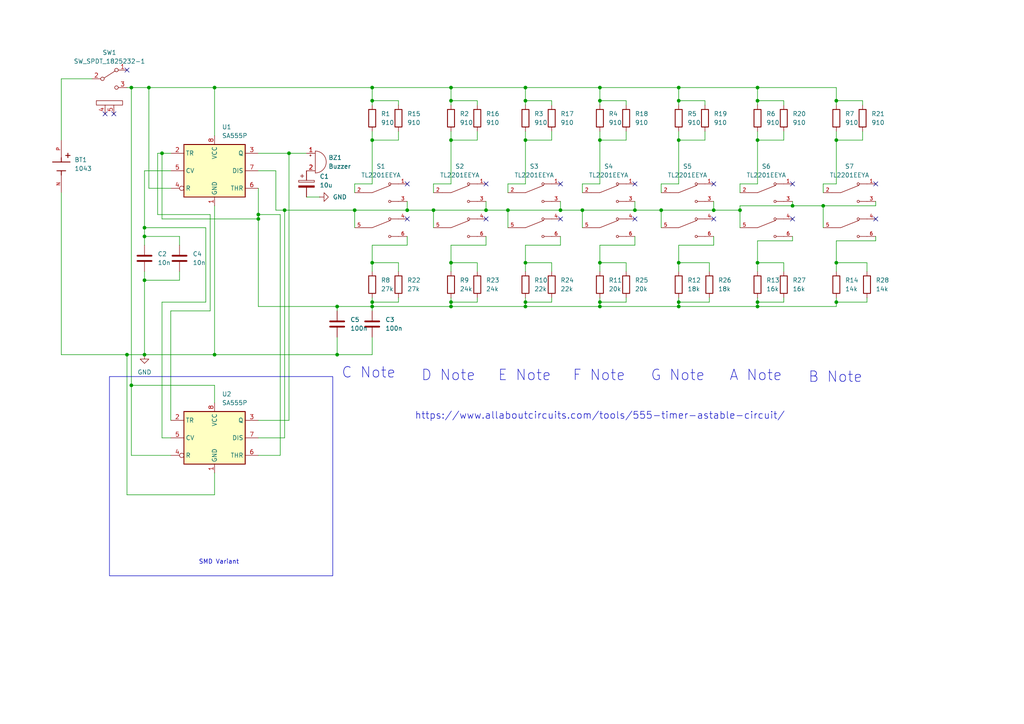
<source format=kicad_sch>
(kicad_sch (version 20250114) (generator "eeschema") (generator_version "9.0")
  (paper "A4")
  (lib_symbols
    (symbol "1043:1043" (pin_names (offset 1.016))
      (property "Reference" "BT" (at -3.81 3.81 0))
      (property "Value" "1043" (at -3.81 -5.08 0))
      (symbol "1043_0_0"
        (polyline (pts (xy -3.81 1.905) (xy -2.54 1.905)) (stroke (width 0.254)))
        (polyline (pts (xy -3.175 2.54) (xy -3.175 1.27)) (stroke (width 0.254)))
        (polyline (pts (xy -1.27 2.54) (xy -1.27 -2.54)) (stroke (width 0.254)))
        (polyline (pts (xy -1.27 0) (xy -2.54 0)) (stroke (width 0.254)))
        (polyline (pts (xy 1.27 1.27) (xy 1.27 -1.27)) (stroke (width 0.254)))
        (polyline (pts (xy 1.27 0) (xy 2.54 0)) (stroke (width 0.254)))
        (pin passive line (at -7.62 0 0) (length 5.08) (name "~") (number "P"))
        (pin passive line (at 7.62 0 180) (length 5.08) (name "~") (number "N"))
      )
    )
    (symbol "Device:C" (pin_numbers (hide yes)) (pin_names (offset 0.254))
      (property "Reference" "C" (at 0.635 2.54 0))
      (property "Value" "C" (at 0.635 -2.54 0))
      (symbol "C_0_1"
        (polyline (pts (xy -2.032 0.762) (xy 2.032 0.762)) (stroke (width 0.508)))
        (polyline (pts (xy -2.032 -0.762) (xy 2.032 -0.762)) (stroke (width 0.508)))
      )
      (symbol "C_1_1"
        (pin passive line (at 0 3.81 270) (length 2.794) (name "~") (number "1"))
        (pin passive line (at 0 -3.81 90) (length 2.794) (name "~") (number "2"))
      )
    )
    (symbol "Device:C_Polarized" (pin_numbers (hide yes)) (pin_names (offset 0.254))
      (property "Reference" "C" (at 0.635 2.54 0))
      (property "Value" "C_Polarized" (at 0.635 -2.54 0))
      (symbol "C_Polarized_0_1"
        (rectangle (start -2.286 0.508) (end 2.286 1.016))
        (polyline (pts (xy -1.778 2.286) (xy -0.762 2.286)))
        (polyline (pts (xy -1.27 2.794) (xy -1.27 1.778)))
        (rectangle (start 2.286 -0.508) (end -2.286 -1.016) (fill (type outline)))
      )
      (symbol "C_Polarized_1_1"
        (pin passive line (at 0 3.81 270) (length 2.794) (name "~") (number "1"))
        (pin passive line (at 0 -3.81 90) (length 2.794) (name "~") (number "2"))
      )
    )
    (symbol "Device:R" (pin_numbers (hide yes)) (pin_names (offset 0))
      (property "Reference" "R" (at 2.032 0 90))
      (property "Value" "R" (at 0 0 90))
      (symbol "R_0_1"
        (rectangle (start -1.016 -2.54) (end 1.016 2.54) (stroke (width 0.254)))
      )
      (symbol "R_1_1"
        (pin passive line (at 0 3.81 270) (length 1.27) (name "~") (number "1"))
        (pin passive line (at 0 -3.81 90) (length 1.27) (name "~") (number "2"))
      )
    )
    (symbol "Swadge_Parts:Buzzer" (pin_names (offset 0.0254) (hide yes))
      (property "Reference" "BZ" (at 3.81 1.27 0))
      (property "Value" "Buzzer" (at 3.81 -1.27 0))
      (symbol "Buzzer_0_1"
        (polyline (pts (xy -1.651 1.905) (xy -1.143 1.905)))
        (polyline (pts (xy -1.397 2.159) (xy -1.397 1.651)))
        (arc (start 0 3.175) (mid 3.1612 0) (end 0 -3.175))
        (polyline (pts (xy 0 3.175) (xy 0 -3.175)))
      )
      (symbol "Buzzer_1_1"
        (pin passive line (at -2.54 2.54 0) (length 2.54) (name "-") (number "1"))
        (pin passive line (at -2.54 -2.54 0) (length 2.54) (name "+") (number "2"))
      )
    )
    (symbol "Swadge_Parts:SW_SPDT_1825232-1" (pin_names (offset 0) (hide yes))
      (property "Reference" "SW" (at 0 6.35 0))
      (property "Value" "SW_SPDT_1825232-1" (at 0 3.81 0))
      (symbol "SW_SPDT_1825232-1_0_0"
        (circle (center -2.032 0) (radius 0.508))
        (circle (center 2.032 -2.54) (radius 0.508))
      )
      (symbol "SW_SPDT_1825232-1_0_1"
        (rectangle (start -3.81 -7.62) (end 3.81 -6.35))
        (polyline (pts (xy -1.524 0.254) (xy 1.651 2.286)))
        (circle (center 2.032 2.54) (radius 0.508))
      )
      (symbol "SW_SPDT_1825232-1_1_1"
        (pin passive line (at -5.08 0 0) (length 2.54) (name "B") (number "2"))
        (pin input line (at -1.27 -10.16 90) (length 2.54) (name "D") (number "4"))
        (pin input line (at 1.27 -10.16 90) (length 2.54) (name "E") (number "5"))
        (pin passive line (at 5.08 2.54 180) (length 2.54) (name "A") (number "1"))
        (pin passive line (at 5.08 -2.54 180) (length 2.54) (name "C") (number "3"))
      )
    )
    (symbol "TL2201EEYA:TL2201EEYA" (pin_names (offset 1.016))
      (property "Reference" "S" (at -2.54 10.16 0))
      (property "Value" "TL2201EEYA" (at -2.54 -10.16 0))
      (symbol "TL2201EEYA_0_0"
        (polyline (pts (xy -2.54 5.08) (xy -5.08 5.08)) (stroke (width 0.1524)))
        (polyline (pts (xy -2.54 5.08) (xy 2.794 7.2136)) (stroke (width 0.1524)))
        (polyline (pts (xy -2.54 -5.08) (xy -5.08 -5.08)) (stroke (width 0.1524)))
        (polyline (pts (xy -2.54 -5.08) (xy 2.794 -2.9464)) (stroke (width 0.1524)))
        (circle (center 2.54 7.62) (radius 0.3302) (stroke (width 0.1524)))
        (circle (center 2.54 2.54) (radius 0.3302) (stroke (width 0.1524)))
        (circle (center 2.54 -2.54) (radius 0.3302) (stroke (width 0.1524)))
        (circle (center 2.54 -7.62) (radius 0.3302) (stroke (width 0.1524)))
        (polyline (pts (xy 5.08 7.62) (xy 2.921 7.62)) (stroke (width 0.1524)))
        (polyline (pts (xy 5.08 2.54) (xy 2.921 2.54)) (stroke (width 0.1524)))
        (polyline (pts (xy 5.08 -2.54) (xy 2.921 -2.54)) (stroke (width 0.1524)))
        (polyline (pts (xy 5.08 -7.62) (xy 2.921 -7.62)) (stroke (width 0.1524)))
        (pin passive line (at -7.62 5.08 0) (length 2.54) (name "~") (number "2"))
        (pin passive line (at -7.62 -5.08 0) (length 2.54) (name "~") (number "5"))
        (pin passive line (at 7.62 7.62 180) (length 2.54) (name "~") (number "1"))
        (pin passive line (at 7.62 2.54 180) (length 2.54) (name "~") (number "3"))
        (pin passive line (at 7.62 -2.54 180) (length 2.54) (name "~") (number "4"))
        (pin passive line (at 7.62 -7.62 180) (length 2.54) (name "~") (number "6"))
      )
    )
    (symbol "Timer:SA555P"
      (property "Reference" "U" (at -10.16 8.89 0))
      (property "Value" "SA555P" (at 2.54 8.89 0))
      (symbol "SA555P_0_0"
        (pin power_in line (at 0 10.16 270) (length 2.54) (name "VCC") (number "8"))
        (pin power_in line (at 0 -10.16 90) (length 2.54) (name "GND") (number "1"))
      )
      (symbol "SA555P_0_1"
        (rectangle (start -8.89 -7.62) (end 8.89 7.62) (stroke (width 0.254)) (fill (type background)))
        (rectangle (start -8.89 -7.62) (end 8.89 7.62) (stroke (width 0.254)) (fill (type background)))
      )
      (symbol "SA555P_1_1"
        (pin input line (at -12.7 5.08 0) (length 3.81) (name "TR") (number "2"))
        (pin input line (at -12.7 0 0) (length 3.81) (name "CV") (number "5"))
        (pin input inverted (at -12.7 -5.08 0) (length 3.81) (name "R") (number "4"))
        (pin output line (at 12.7 5.08 180) (length 3.81) (name "Q") (number "3"))
        (pin input line (at 12.7 0 180) (length 3.81) (name "DIS") (number "7"))
        (pin input line (at 12.7 -5.08 180) (length 3.81) (name "THR") (number "6"))
      )
    )
    (symbol "power:GND" (power) (pin_numbers (hide yes)) (pin_names (offset 0) (hide yes))
      (property "Value" "GND" (at 0 -3.81 0))
      (symbol "GND_0_1"
        (polyline (pts (xy 0 0) (xy 0 -1.27) (xy 1.27 -1.27) (xy 0 -2.54) (xy -1.27 -1.27) (xy 0 -1.27)))
      )
      (symbol "GND_1_1"
        (pin power_in line (at 0 0 270) (length 0) (name "~") (number "1"))
      )
    )
  )
  (rectangle (start 31.75 109.22) (end 96.52 167.005))
  (text "C Note" (at 106.934 108.204 0) (effects (font (size 3.048 3.048))))
  (text "G Note" (at 196.596 108.966 0) (effects (font (size 3.048 3.048))))
  (text "A Note" (at 219.202 108.966 0) (effects (font (size 3.048 3.048))))
  (text "B Note" (at 242.316 109.474 0) (effects (font (size 3.048 3.048))))
  (text "https://www.allaboutcircuits.com/tools/555-timer-astable-circuit/" (at 173.99 120.65 0) (effects (font (size 2.032 2.032))))
  (text "SMD Variant" (at 63.5 163.068 0) (effects (font (size 1.27 1.27))))
  (text "F Note" (at 173.736 108.966 0) (effects (font (size 3.048 3.048))))
  (text "E Note" (at 152.146 108.966 0) (effects (font (size 3.048 3.048))))
  (text "D Note" (at 130.048 108.966 0) (effects (font (size 3.048 3.048))))
  (junction (at 173.99 40.64))
  (junction (at 107.95 76.2))
  (junction (at 107.95 29.21))
  (junction (at 207.01 60.96))
  (junction (at 107.95 25.4))
  (junction (at 97.79 88.9))
  (junction (at 38.1 111.76))
  (junction (at 173.99 76.2))
  (junction (at 196.85 29.21))
  (junction (at 140.97 60.96))
  (junction (at 219.71 88.9))
  (junction (at 43.18 25.4))
  (junction (at 130.81 40.64))
  (junction (at 62.23 25.4))
  (junction (at 74.93 63.5))
  (junction (at 97.79 102.87))
  (junction (at 242.57 29.21))
  (junction (at 173.99 29.21))
  (junction (at 41.91 81.28))
  (junction (at 41.91 68.58))
  (junction (at 118.11 60.96))
  (junction (at 173.99 87.63))
  (junction (at 74.93 62.23))
  (junction (at 196.85 40.64))
  (junction (at 152.4 88.9))
  (junction (at 130.81 76.2))
  (junction (at 102.87 60.96))
  (junction (at 107.95 40.64))
  (junction (at 219.71 40.64))
  (junction (at 41.91 102.87))
  (junction (at 196.85 25.4))
  (junction (at 191.77 60.96))
  (junction (at 152.4 25.4))
  (junction (at 130.81 29.21))
  (junction (at 107.95 88.9))
  (junction (at 152.4 87.63))
  (junction (at 107.95 87.63))
  (junction (at 36.83 102.87))
  (junction (at 152.4 29.21))
  (junction (at 196.85 76.2))
  (junction (at 219.71 87.63))
  (junction (at 242.57 87.63))
  (junction (at 238.76 59.69))
  (junction (at 125.73 60.96))
  (junction (at 184.15 60.96))
  (junction (at 130.81 87.63))
  (junction (at 168.91 60.96))
  (junction (at 82.55 60.96))
  (junction (at 219.71 76.2))
  (junction (at 130.81 88.9))
  (junction (at 152.4 76.2))
  (junction (at 196.85 88.9))
  (junction (at 83.82 44.45))
  (junction (at 214.63 60.96))
  (junction (at 147.32 60.96))
  (junction (at 173.99 25.4))
  (junction (at 196.85 87.63))
  (junction (at 41.91 66.04))
  (junction (at 173.99 88.9))
  (junction (at 242.57 76.2))
  (junction (at 219.71 29.21))
  (junction (at 38.1 25.4))
  (junction (at 162.56 60.96))
  (junction (at 219.71 25.4))
  (junction (at 152.4 40.64))
  (junction (at 229.87 59.69))
  (junction (at 130.81 25.4))
  (junction (at 62.23 102.87))
  (junction (at 242.57 40.64))
  (junction (at 46.99 44.45))
  (no_connect (at 36.83 20.32))
  (no_connect (at 184.15 53.34))
  (no_connect (at 140.97 63.5))
  (no_connect (at 229.87 53.34))
  (no_connect (at 162.56 53.34))
  (no_connect (at 162.56 63.5))
  (no_connect (at 229.87 63.5))
  (no_connect (at 207.01 63.5))
  (no_connect (at 254 63.5))
  (no_connect (at 33.02 33.02))
  (no_connect (at 118.11 63.5))
  (no_connect (at 140.97 53.34))
  (no_connect (at 254 53.34))
  (no_connect (at 184.15 63.5))
  (no_connect (at 118.11 53.34))
  (no_connect (at 207.01 53.34))
  (no_connect (at 30.48 33.02))
  (wire (pts (xy 97.79 97.79) (xy 97.79 102.87)))
  (wire (pts (xy 205.74 86.36) (xy 205.74 87.63)))
  (wire (pts (xy 17.78 102.87) (xy 17.78 55.88)))
  (wire (pts (xy 62.23 111.76) (xy 38.1 111.76)))
  (wire (pts (xy 227.33 78.74) (xy 227.33 76.2)))
  (wire (pts (xy 107.95 53.34) (xy 102.87 53.34)))
  (wire (pts (xy 60.96 90.17) (xy 60.96 62.23)))
  (wire (pts (xy 130.81 88.9) (xy 152.4 88.9)))
  (wire (pts (xy 204.47 30.48) (xy 204.47 29.21)))
  (wire (pts (xy 196.85 29.21) (xy 196.85 25.4)))
  (wire (pts (xy 160.02 78.74) (xy 160.02 76.2)))
  (wire (pts (xy 107.95 97.79) (xy 107.95 102.87)))
  (wire (pts (xy 152.4 30.48) (xy 152.4 29.21)))
  (wire (pts (xy 204.47 40.64) (xy 196.85 40.64)))
  (wire (pts (xy 242.57 69.85) (xy 242.57 76.2)))
  (wire (pts (xy 59.69 66.04) (xy 41.91 66.04)))
  (wire (pts (xy 115.57 78.74) (xy 115.57 76.2)))
  (wire (pts (xy 204.47 38.1) (xy 204.47 40.64)))
  (wire (pts (xy 38.1 25.4) (xy 43.18 25.4)))
  (wire (pts (xy 160.02 38.1) (xy 160.02 40.64)))
  (wire (pts (xy 59.69 87.63) (xy 59.69 66.04)))
  (wire (pts (xy 74.93 49.53) (xy 80.01 49.53)))
  (wire (pts (xy 219.71 86.36) (xy 219.71 87.63)))
  (wire (pts (xy 227.33 29.21) (xy 219.71 29.21)))
  (wire (pts (xy 196.85 53.34) (xy 191.77 53.34)))
  (wire (pts (xy 196.85 86.36) (xy 196.85 87.63)))
  (wire (pts (xy 88.9 57.15) (xy 92.71 57.15)))
  (wire (pts (xy 74.93 63.5) (xy 74.93 88.9)))
  (wire (pts (xy 242.57 76.2) (xy 242.57 78.74)))
  (wire (pts (xy 162.56 71.12) (xy 152.4 71.12)))
  (wire (pts (xy 242.57 53.34) (xy 238.76 53.34)))
  (wire (pts (xy 160.02 87.63) (xy 152.4 87.63)))
  (wire (pts (xy 181.61 38.1) (xy 181.61 40.64)))
  (wire (pts (xy 130.81 29.21) (xy 130.81 25.4)))
  (wire (pts (xy 83.82 44.45) (xy 88.9 44.45)))
  (wire (pts (xy 219.71 38.1) (xy 219.71 40.64)))
  (wire (pts (xy 17.78 102.87) (xy 36.83 102.87)))
  (wire (pts (xy 242.57 88.9) (xy 219.71 88.9)))
  (wire (pts (xy 107.95 25.4) (xy 62.23 25.4)))
  (wire (pts (xy 80.01 49.53) (xy 80.01 60.96)))
  (wire (pts (xy 38.1 132.08) (xy 38.1 111.76)))
  (wire (pts (xy 74.93 88.9) (xy 97.79 88.9)))
  (wire (pts (xy 97.79 88.9) (xy 97.79 90.17)))
  (wire (pts (xy 45.72 44.45) (xy 46.99 44.45)))
  (wire (pts (xy 250.19 40.64) (xy 242.57 40.64)))
  (wire (pts (xy 227.33 87.63) (xy 219.71 87.63)))
  (wire (pts (xy 227.33 40.64) (xy 219.71 40.64)))
  (wire (pts (xy 162.56 60.96) (xy 147.32 60.96)))
  (wire (pts (xy 251.46 76.2) (xy 242.57 76.2)))
  (wire (pts (xy 62.23 59.69) (xy 62.23 102.87)))
  (wire (pts (xy 160.02 76.2) (xy 152.4 76.2)))
  (wire (pts (xy 107.95 88.9) (xy 107.95 90.17)))
  (wire (pts (xy 219.71 87.63) (xy 219.71 88.9)))
  (wire (pts (xy 52.07 68.58) (xy 41.91 68.58)))
  (wire (pts (xy 115.57 30.48) (xy 115.57 29.21)))
  (wire (pts (xy 62.23 116.84) (xy 62.23 111.76)))
  (wire (pts (xy 229.87 59.69) (xy 214.63 59.69)))
  (wire (pts (xy 62.23 143.51) (xy 36.83 143.51)))
  (wire (pts (xy 173.99 38.1) (xy 173.99 40.64)))
  (wire (pts (xy 184.15 60.96) (xy 191.77 60.96)))
  (wire (pts (xy 130.81 71.12) (xy 130.81 76.2)))
  (wire (pts (xy 173.99 88.9) (xy 152.4 88.9)))
  (wire (pts (xy 242.57 38.1) (xy 242.57 40.64)))
  (wire (pts (xy 196.85 40.64) (xy 196.85 53.34)))
  (wire (pts (xy 49.53 132.08) (xy 38.1 132.08)))
  (wire (pts (xy 173.99 71.12) (xy 173.99 76.2)))
  (wire (pts (xy 152.4 40.64) (xy 152.4 53.34)))
  (wire (pts (xy 173.99 53.34) (xy 168.91 53.34)))
  (wire (pts (xy 173.99 87.63) (xy 173.99 88.9)))
  (wire (pts (xy 62.23 137.16) (xy 62.23 143.51)))
  (wire (pts (xy 41.91 78.74) (xy 41.91 81.28)))
  (wire (pts (xy 97.79 88.9) (xy 107.95 88.9)))
  (wire (pts (xy 130.81 29.21) (xy 138.43 29.21)))
  (wire (pts (xy 138.43 40.64) (xy 130.81 40.64)))
  (wire (pts (xy 115.57 40.64) (xy 107.95 40.64)))
  (wire (pts (xy 152.4 76.2) (xy 152.4 78.74)))
  (wire (pts (xy 118.11 71.12) (xy 107.95 71.12)))
  (wire (pts (xy 251.46 78.74) (xy 251.46 76.2)))
  (wire (pts (xy 102.87 60.96) (xy 82.55 60.96)))
  (wire (pts (xy 214.63 53.34) (xy 214.63 55.88)))
  (wire (pts (xy 107.95 76.2) (xy 107.95 78.74)))
  (wire (pts (xy 107.95 29.21) (xy 107.95 25.4)))
  (wire (pts (xy 242.57 86.36) (xy 242.57 87.63)))
  (wire (pts (xy 130.81 87.63) (xy 130.81 86.36)))
  (wire (pts (xy 81.28 132.08) (xy 81.28 62.23)))
  (wire (pts (xy 138.43 30.48) (xy 138.43 29.21)))
  (wire (pts (xy 238.76 59.69) (xy 238.76 66.04)))
  (wire (pts (xy 107.95 25.4) (xy 130.81 25.4)))
  (wire (pts (xy 107.95 102.87) (xy 97.79 102.87)))
  (wire (pts (xy 250.19 30.48) (xy 250.19 29.21)))
  (wire (pts (xy 107.95 88.9) (xy 130.81 88.9)))
  (wire (pts (xy 242.57 87.63) (xy 242.57 88.9)))
  (wire (pts (xy 107.95 40.64) (xy 107.95 53.34)))
  (wire (pts (xy 219.71 40.64) (xy 219.71 53.34)))
  (wire (pts (xy 130.81 53.34) (xy 125.73 53.34)))
  (wire (pts (xy 43.18 25.4) (xy 62.23 25.4)))
  (wire (pts (xy 205.74 76.2) (xy 196.85 76.2)))
  (wire (pts (xy 130.81 76.2) (xy 130.81 78.74)))
  (wire (pts (xy 229.87 68.58) (xy 229.87 69.85)))
  (wire (pts (xy 181.61 87.63) (xy 173.99 87.63)))
  (wire (pts (xy 74.93 121.92) (xy 83.82 121.92)))
  (wire (pts (xy 229.87 58.42) (xy 229.87 59.69)))
  (wire (pts (xy 229.87 59.69) (xy 238.76 59.69)))
  (wire (pts (xy 83.82 121.92) (xy 83.82 44.45)))
  (wire (pts (xy 140.97 68.58) (xy 140.97 71.12)))
  (wire (pts (xy 60.96 62.23) (xy 45.72 62.23)))
  (wire (pts (xy 46.99 127) (xy 46.99 87.63)))
  (wire (pts (xy 219.71 25.4) (xy 242.57 25.4)))
  (wire (pts (xy 118.11 58.42) (xy 118.11 60.96)))
  (wire (pts (xy 82.55 60.96) (xy 82.55 127)))
  (wire (pts (xy 181.61 40.64) (xy 173.99 40.64)))
  (wire (pts (xy 251.46 87.63) (xy 242.57 87.63)))
  (wire (pts (xy 207.01 71.12) (xy 196.85 71.12)))
  (wire (pts (xy 152.4 25.4) (xy 173.99 25.4)))
  (wire (pts (xy 107.95 88.9) (xy 107.95 87.63)))
  (wire (pts (xy 196.85 87.63) (xy 205.74 87.63)))
  (wire (pts (xy 46.99 63.5) (xy 74.93 63.5)))
  (wire (pts (xy 196.85 88.9) (xy 173.99 88.9)))
  (wire (pts (xy 130.81 38.1) (xy 130.81 40.64)))
  (wire (pts (xy 254 68.58) (xy 254 69.85)))
  (wire (pts (xy 49.53 54.61) (xy 43.18 54.61)))
  (wire (pts (xy 36.83 102.87) (xy 41.91 102.87)))
  (wire (pts (xy 196.85 38.1) (xy 196.85 40.64)))
  (wire (pts (xy 242.57 29.21) (xy 242.57 25.4)))
  (wire (pts (xy 97.79 102.87) (xy 62.23 102.87)))
  (wire (pts (xy 251.46 86.36) (xy 251.46 87.63)))
  (wire (pts (xy 107.95 71.12) (xy 107.95 76.2)))
  (wire (pts (xy 181.61 86.36) (xy 181.61 87.63)))
  (wire (pts (xy 17.78 22.86) (xy 17.78 40.64)))
  (wire (pts (xy 38.1 111.76) (xy 38.1 25.4)))
  (wire (pts (xy 254 69.85) (xy 242.57 69.85)))
  (wire (pts (xy 130.81 30.48) (xy 130.81 29.21)))
  (wire (pts (xy 41.91 49.53) (xy 41.91 66.04)))
  (wire (pts (xy 152.4 29.21) (xy 152.4 25.4)))
  (wire (pts (xy 147.32 60.96) (xy 147.32 66.04)))
  (wire (pts (xy 250.19 29.21) (xy 242.57 29.21)))
  (wire (pts (xy 205.74 78.74) (xy 205.74 76.2)))
  (wire (pts (xy 181.61 76.2) (xy 173.99 76.2)))
  (wire (pts (xy 152.4 71.12) (xy 152.4 76.2)))
  (wire (pts (xy 173.99 40.64) (xy 173.99 53.34)))
  (wire (pts (xy 173.99 25.4) (xy 196.85 25.4)))
  (wire (pts (xy 214.63 60.96) (xy 214.63 66.04)))
  (wire (pts (xy 147.32 53.34) (xy 147.32 55.88)))
  (wire (pts (xy 184.15 58.42) (xy 184.15 60.96)))
  (wire (pts (xy 107.95 87.63) (xy 107.95 86.36)))
  (wire (pts (xy 52.07 78.74) (xy 52.07 81.28)))
  (wire (pts (xy 196.85 76.2) (xy 196.85 78.74)))
  (wire (pts (xy 74.93 132.08) (xy 81.28 132.08)))
  (wire (pts (xy 219.71 30.48) (xy 219.71 29.21)))
  (wire (pts (xy 152.4 40.64) (xy 160.02 40.64)))
  (wire (pts (xy 173.99 76.2) (xy 173.99 78.74)))
  (wire (pts (xy 181.61 29.21) (xy 173.99 29.21)))
  (wire (pts (xy 52.07 81.28) (xy 41.91 81.28)))
  (wire (pts (xy 196.85 30.48) (xy 196.85 29.21)))
  (wire (pts (xy 219.71 69.85) (xy 219.71 76.2)))
  (wire (pts (xy 46.99 44.45) (xy 46.99 63.5)))
  (wire (pts (xy 254 58.42) (xy 254 59.69)))
  (wire (pts (xy 115.57 38.1) (xy 115.57 40.64)))
  (wire (pts (xy 238.76 53.34) (xy 238.76 55.88)))
  (wire (pts (xy 162.56 60.96) (xy 168.91 60.96)))
  (wire (pts (xy 26.67 22.86) (xy 17.78 22.86)))
  (wire (pts (xy 229.87 69.85) (xy 219.71 69.85)))
  (wire (pts (xy 191.77 60.96) (xy 191.77 66.04)))
  (wire (pts (xy 242.57 30.48) (xy 242.57 29.21)))
  (wire (pts (xy 118.11 68.58) (xy 118.11 71.12)))
  (wire (pts (xy 49.53 127) (xy 46.99 127)))
  (wire (pts (xy 36.83 143.51) (xy 36.83 102.87)))
  (wire (pts (xy 219.71 88.9) (xy 196.85 88.9)))
  (wire (pts (xy 207.01 58.42) (xy 207.01 60.96)))
  (wire (pts (xy 140.97 60.96) (xy 147.32 60.96)))
  (wire (pts (xy 160.02 86.36) (xy 160.02 87.63)))
  (wire (pts (xy 184.15 71.12) (xy 173.99 71.12)))
  (wire (pts (xy 250.19 38.1) (xy 250.19 40.64)))
  (wire (pts (xy 227.33 86.36) (xy 227.33 87.63)))
  (wire (pts (xy 138.43 87.63) (xy 130.81 87.63)))
  (wire (pts (xy 62.23 39.37) (xy 62.23 25.4)))
  (wire (pts (xy 41.91 68.58) (xy 41.91 71.12)))
  (wire (pts (xy 140.97 58.42) (xy 140.97 60.96)))
  (wire (pts (xy 74.93 127) (xy 82.55 127)))
  (wire (pts (xy 196.85 29.21) (xy 204.47 29.21)))
  (wire (pts (xy 49.53 121.92) (xy 49.53 90.17)))
  (wire (pts (xy 130.81 40.64) (xy 130.81 53.34)))
  (wire (pts (xy 41.91 81.28) (xy 41.91 102.87)))
  (wire (pts (xy 138.43 76.2) (xy 130.81 76.2)))
  (wire (pts (xy 74.93 62.23) (xy 74.93 63.5)))
  (wire (pts (xy 125.73 60.96) (xy 125.73 66.04)))
  (wire (pts (xy 41.91 66.04) (xy 41.91 68.58)))
  (wire (pts (xy 138.43 86.36) (xy 138.43 87.63)))
  (wire (pts (xy 152.4 86.36) (xy 152.4 87.63)))
  (wire (pts (xy 168.91 53.34) (xy 168.91 55.88)))
  (wire (pts (xy 219.71 29.21) (xy 219.71 25.4)))
  (wire (pts (xy 36.83 25.4) (xy 38.1 25.4)))
  (wire (pts (xy 207.01 68.58) (xy 207.01 71.12)))
  (wire (pts (xy 160.02 30.48) (xy 160.02 29.21)))
  (wire (pts (xy 173.99 30.48) (xy 173.99 29.21)))
  (wire (pts (xy 45.72 62.23) (xy 45.72 44.45)))
  (wire (pts (xy 130.81 25.4) (xy 152.4 25.4)))
  (wire (pts (xy 191.77 53.34) (xy 191.77 55.88)))
  (wire (pts (xy 138.43 78.74) (xy 138.43 76.2)))
  (wire (pts (xy 49.53 90.17) (xy 60.96 90.17)))
  (wire (pts (xy 43.18 54.61) (xy 43.18 25.4)))
  (wire (pts (xy 140.97 60.96) (xy 125.73 60.96)))
  (wire (pts (xy 227.33 38.1) (xy 227.33 40.64)))
  (wire (pts (xy 207.01 60.96) (xy 214.63 60.96)))
  (wire (pts (xy 49.53 44.45) (xy 46.99 44.45)))
  (wire (pts (xy 140.97 71.12) (xy 130.81 71.12)))
  (wire (pts (xy 118.11 60.96) (xy 102.87 60.96)))
  (wire (pts (xy 125.73 53.34) (xy 125.73 55.88)))
  (wire (pts (xy 227.33 76.2) (xy 219.71 76.2)))
  (wire (pts (xy 152.4 38.1) (xy 152.4 40.64)))
  (wire (pts (xy 52.07 71.12) (xy 52.07 68.58)))
  (wire (pts (xy 82.55 60.96) (xy 80.01 60.96)))
  (wire (pts (xy 74.93 44.45) (xy 83.82 44.45)))
  (wire (pts (xy 219.71 76.2) (xy 219.71 78.74)))
  (wire (pts (xy 152.4 53.34) (xy 147.32 53.34)))
  (wire (pts (xy 81.28 62.23) (xy 74.93 62.23)))
  (wire (pts (xy 49.53 49.53) (xy 41.91 49.53)))
  (wire (pts (xy 46.99 87.63) (xy 59.69 87.63)))
  (wire (pts (xy 181.61 78.74) (xy 181.61 76.2)))
  (wire (pts (xy 115.57 86.36) (xy 115.57 87.63)))
  (wire (pts (xy 138.43 38.1) (xy 138.43 40.64)))
  (wire (pts (xy 115.57 87.63) (xy 107.95 87.63)))
  (wire (pts (xy 196.85 71.12) (xy 196.85 76.2)))
  (wire (pts (xy 207.01 60.96) (xy 191.77 60.96)))
  (wire (pts (xy 168.91 60.96) (xy 168.91 66.04)))
  (wire (pts (xy 184.15 68.58) (xy 184.15 71.12)))
  (wire (pts (xy 173.99 29.21) (xy 173.99 25.4)))
  (wire (pts (xy 196.85 25.4) (xy 219.71 25.4)))
  (wire (pts (xy 130.81 88.9) (xy 130.81 87.63)))
  (wire (pts (xy 107.95 29.21) (xy 115.57 29.21)))
  (wire (pts (xy 107.95 30.48) (xy 107.95 29.21)))
  (wire (pts (xy 214.63 59.69) (xy 214.63 60.96)))
  (wire (pts (xy 152.4 87.63) (xy 152.4 88.9)))
  (wire (pts (xy 115.57 76.2) (xy 107.95 76.2)))
  (wire (pts (xy 173.99 86.36) (xy 173.99 87.63)))
  (wire (pts (xy 102.87 53.34) (xy 102.87 55.88)))
  (wire (pts (xy 181.61 30.48) (xy 181.61 29.21)))
  (wire (pts (xy 41.91 102.87) (xy 62.23 102.87)))
  (wire (pts (xy 102.87 60.96) (xy 102.87 66.04)))
  (wire (pts (xy 160.02 29.21) (xy 152.4 29.21)))
  (wire (pts (xy 162.56 58.42) (xy 162.56 60.96)))
  (wire (pts (xy 219.71 53.34) (xy 214.63 53.34)))
  (wire (pts (xy 118.11 60.96) (xy 125.73 60.96)))
  (wire (pts (xy 254 59.69) (xy 238.76 59.69)))
  (wire (pts (xy 184.15 60.96) (xy 168.91 60.96)))
  (wire (pts (xy 242.57 40.64) (xy 242.57 53.34)))
  (wire (pts (xy 74.93 54.61) (xy 74.93 62.23)))
  (wire (pts (xy 227.33 30.48) (xy 227.33 29.21)))
  (wire (pts (xy 162.56 68.58) (xy 162.56 71.12)))
  (wire (pts (xy 196.85 87.63) (xy 196.85 88.9)))
  (wire (pts (xy 107.95 38.1) (xy 107.95 40.64)))
  (symbol (lib_id "Timer:SA555P") (at 62.23 49.53 0) (unit 1)
    (property "Reference" "U1" (at 64.3733 36.83 0) (effects (justify left)))
    (property "Value" "SA555P" (at 64.3733 39.37 0) (effects (justify left)))
    (property "Footprint" "Package_DIP:DIP-8_W7.62mm_LongPads" (effects (hide yes)))
    (property "Datasheet" "http://www.ti.com/lit/ds/symlink/ne555.pdf" (effects (hide yes)))
    (property "Description" "Precision Timers, 555 compatible, PDIP-8" (effects (hide yes)))
  )
  (symbol (lib_id "Device:R") (at 204.47 34.29 0) (unit 1)
    (property "Reference" "R19" (at 207.01 33.0199 0) (effects (justify left)))
    (property "Value" "910" (at 207.01 35.5599 0) (effects (justify left)))
    (property "Footprint" "Resistor_SMD:R_1206_3216Metric_Pad1.30x1.75mm_HandSolder" (effects (hide yes)))
    (property "Description" "Resistor" (effects (hide yes)))
  )
  (symbol (lib_id "power:GND") (at 41.91 102.87 0) (unit 1)
    (property "Reference" "#PWR02" (effects (hide yes)))
    (property "Value" "GND" (at 41.91 107.95 0))
    (property "Description" "Power symbol creates a global label with name \"GND\" , ground" (effects (hide yes)))
  )
  (symbol (lib_id "Device:R") (at 130.81 82.55 0) (unit 1)
    (property "Reference" "R9" (at 133.35 81.2799 0) (effects (justify left)))
    (property "Value" "24k" (at 133.35 83.8199 0) (effects (justify left)))
    (property "Footprint" "Resistor_THT:R_Axial_DIN0411_L9.9mm_D3.6mm_P15.24mm_Horizontal" (effects (hide yes)))
    (property "Description" "Resistor" (effects (hide yes)))
  )
  (symbol (lib_id "TL2201EEYA:TL2201EEYA") (at 246.38 60.96 0) (unit 1)
    (property "Reference" "S7" (at 246.38 48.26 0))
    (property "Value" "TL2201EEYA" (at 246.38 50.8 0))
    (property "Footprint" "TL2201EEYA:SW_TL2201EEYA" (effects (hide yes)))
    (property "MF" "E-Switch" (effects (hide yes)))
    (property "MAXIMUM_PACKAGE_HEIGHT" "14.0mm" (effects (hide yes)))
    (property "Package" "None" (effects (hide yes)))
    (property "Price" "None" (effects (hide yes)))
    (property "Check_prices" "https://www.snapeda.com/parts/TL2201EEYA/E-Switch/view-part/?ref=eda" (effects (hide yes)))
    (property "STANDARD" "Manufacturer Recommendations" (effects (hide yes)))
    (property "PARTREV" "-" (effects (hide yes)))
    (property "SnapEDA_Link" "https://www.snapeda.com/parts/TL2201EEYA/E-Switch/view-part/?ref=snap" (effects (hide yes)))
    (property "MP" "TL2201EEYA" (effects (hide yes)))
    (property "Description_1" "Pushbutton Switch, TL2201, DPDT, ON-ON, Plunger for Cap, 100mA, 30VDC,PC Pin | E-Switch TL2201EEYA" (effects (hide yes)))
    (property "SNAPEDA_PN" "TL2201EEYA" (effects (hide yes)))
    (property "Availability" "In Stock" (effects (hide yes)))
    (property "MANUFACTURER" "E-Switch" (effects (hide yes)))
  )
  (symbol (lib_id "TL2201EEYA:TL2201EEYA") (at 133.35 60.96 0) (unit 1)
    (property "Reference" "S2" (at 133.35 48.26 0))
    (property "Value" "TL2201EEYA" (at 133.35 50.8 0))
    (property "Footprint" "TL2201EEYA:SW_TL2201EEYA" (effects (hide yes)))
    (property "MF" "E-Switch" (effects (hide yes)))
    (property "MAXIMUM_PACKAGE_HEIGHT" "14.0mm" (effects (hide yes)))
    (property "Package" "None" (effects (hide yes)))
    (property "Price" "None" (effects (hide yes)))
    (property "Check_prices" "https://www.snapeda.com/parts/TL2201EEYA/E-Switch/view-part/?ref=eda" (effects (hide yes)))
    (property "STANDARD" "Manufacturer Recommendations" (effects (hide yes)))
    (property "PARTREV" "-" (effects (hide yes)))
    (property "SnapEDA_Link" "https://www.snapeda.com/parts/TL2201EEYA/E-Switch/view-part/?ref=snap" (effects (hide yes)))
    (property "MP" "TL2201EEYA" (effects (hide yes)))
    (property "Description_1" "Pushbutton Switch, TL2201, DPDT, ON-ON, Plunger for Cap, 100mA, 30VDC,PC Pin | E-Switch TL2201EEYA" (effects (hide yes)))
    (property "SNAPEDA_PN" "TL2201EEYA" (effects (hide yes)))
    (property "Availability" "In Stock" (effects (hide yes)))
    (property "MANUFACTURER" "E-Switch" (effects (hide yes)))
  )
  (symbol (lib_id "Device:R") (at 138.43 82.55 0) (unit 1)
    (property "Reference" "R23" (at 140.97 81.2799 0) (effects (justify left)))
    (property "Value" "24k" (at 140.97 83.8199 0) (effects (justify left)))
    (property "Footprint" "Resistor_SMD:R_1206_3216Metric_Pad1.30x1.75mm_HandSolder" (effects (hide yes)))
    (property "Description" "Resistor" (effects (hide yes)))
  )
  (symbol (lib_id "TL2201EEYA:TL2201EEYA") (at 199.39 60.96 0) (unit 1)
    (property "Reference" "S5" (at 199.39 48.26 0))
    (property "Value" "TL2201EEYA" (at 199.39 50.8 0))
    (property "Footprint" "TL2201EEYA:SW_TL2201EEYA" (effects (hide yes)))
    (property "MF" "E-Switch" (effects (hide yes)))
    (property "MAXIMUM_PACKAGE_HEIGHT" "14.0mm" (effects (hide yes)))
    (property "Package" "None" (effects (hide yes)))
    (property "Price" "None" (effects (hide yes)))
    (property "Check_prices" "https://www.snapeda.com/parts/TL2201EEYA/E-Switch/view-part/?ref=eda" (effects (hide yes)))
    (property "STANDARD" "Manufacturer Recommendations" (effects (hide yes)))
    (property "PARTREV" "-" (effects (hide yes)))
    (property "SnapEDA_Link" "https://www.snapeda.com/parts/TL2201EEYA/E-Switch/view-part/?ref=snap" (effects (hide yes)))
    (property "MP" "TL2201EEYA" (effects (hide yes)))
    (property "Description_1" "Pushbutton Switch, TL2201, DPDT, ON-ON, Plunger for Cap, 100mA, 30VDC,PC Pin | E-Switch TL2201EEYA" (effects (hide yes)))
    (property "SNAPEDA_PN" "TL2201EEYA" (effects (hide yes)))
    (property "Availability" "In Stock" (effects (hide yes)))
    (property "MANUFACTURER" "E-Switch" (effects (hide yes)))
  )
  (symbol (lib_id "Device:R") (at 250.19 34.29 0) (unit 1)
    (property "Reference" "R21" (at 252.73 33.0199 0) (effects (justify left)))
    (property "Value" "910" (at 252.73 35.5599 0) (effects (justify left)))
    (property "Footprint" "Resistor_SMD:R_1206_3216Metric_Pad1.30x1.75mm_HandSolder" (effects (hide yes)))
    (property "Description" "Resistor" (effects (hide yes)))
  )
  (symbol (lib_id "Device:R") (at 242.57 34.29 0) (unit 1)
    (property "Reference" "R7" (at 245.11 33.0199 0) (effects (justify left)))
    (property "Value" "910" (at 245.11 35.5599 0) (effects (justify left)))
    (property "Footprint" "Resistor_THT:R_Axial_DIN0411_L9.9mm_D3.6mm_P15.24mm_Horizontal" (effects (hide yes)))
    (property "Description" "Resistor" (effects (hide yes)))
  )
  (symbol (lib_id "Device:R") (at 181.61 34.29 0) (unit 1)
    (property "Reference" "R18" (at 184.15 33.0199 0) (effects (justify left)))
    (property "Value" "910" (at 184.15 35.5599 0) (effects (justify left)))
    (property "Footprint" "Resistor_SMD:R_1206_3216Metric_Pad1.30x1.75mm_HandSolder" (effects (hide yes)))
    (property "Description" "Resistor" (effects (hide yes)))
  )
  (symbol (lib_id "Timer:SA555P") (at 62.23 127 0) (unit 1)
    (property "Reference" "U2" (at 64.3733 114.3 0) (effects (justify left)))
    (property "Value" "SA555P" (at 64.3733 116.84 0) (effects (justify left)))
    (property "Footprint" "Package_SO:SOIC-8_3.9x4.9mm_P1.27mm" (effects (hide yes)))
    (property "Datasheet" "http://www.ti.com/lit/ds/symlink/ne555.pdf" (effects (hide yes)))
    (property "Description" "Precision Timers, 555 compatible, SOIC-8" (effects (hide yes)))
  )
  (symbol (lib_id "Device:R") (at 152.4 34.29 0) (unit 1)
    (property "Reference" "R3" (at 154.94 33.0199 0) (effects (justify left)))
    (property "Value" "910" (at 154.94 35.5599 0) (effects (justify left)))
    (property "Footprint" "Resistor_THT:R_Axial_DIN0411_L9.9mm_D3.6mm_P15.24mm_Horizontal" (effects (hide yes)))
    (property "Description" "Resistor" (effects (hide yes)))
  )
  (symbol (lib_id "Device:C") (at 52.07 74.93 0) (unit 1)
    (property "Reference" "C4" (at 55.88 73.6599 0) (effects (justify left)))
    (property "Value" "10n" (at 55.88 76.1999 0) (effects (justify left)))
    (property "Footprint" "Capacitor_SMD:C_1812_4532Metric_Pad1.57x3.40mm_HandSolder" (effects (hide yes)))
    (property "Description" "Unpolarized capacitor" (effects (hide yes)))
  )
  (symbol (lib_id "Device:R") (at 115.57 82.55 0) (unit 1)
    (property "Reference" "R22" (at 118.11 81.2799 0) (effects (justify left)))
    (property "Value" "27k" (at 118.11 83.8199 0) (effects (justify left)))
    (property "Footprint" "Resistor_SMD:R_1206_3216Metric_Pad1.30x1.75mm_HandSolder" (effects (hide yes)))
    (property "Description" "Resistor" (effects (hide yes)))
  )
  (symbol (lib_id "Device:R") (at 219.71 34.29 0) (unit 1)
    (property "Reference" "R6" (at 222.25 33.0199 0) (effects (justify left)))
    (property "Value" "910" (at 222.25 35.5599 0) (effects (justify left)))
    (property "Footprint" "Resistor_THT:R_Axial_DIN0411_L9.9mm_D3.6mm_P15.24mm_Horizontal" (effects (hide yes)))
    (property "Description" "Resistor" (effects (hide yes)))
  )
  (symbol (lib_id "Device:R") (at 205.74 82.55 0) (unit 1)
    (property "Reference" "R26" (at 208.28 81.2799 0) (effects (justify left)))
    (property "Value" "18k" (at 208.28 83.8199 0) (effects (justify left)))
    (property "Footprint" "Resistor_SMD:R_1206_3216Metric_Pad1.30x1.75mm_HandSolder" (effects (hide yes)))
    (property "Description" "Resistor" (effects (hide yes)))
  )
  (symbol (lib_id "Device:R") (at 130.81 34.29 0) (unit 1)
    (property "Reference" "R2" (at 133.35 33.0199 0) (effects (justify left)))
    (property "Value" "910" (at 133.35 35.5599 0) (effects (justify left)))
    (property "Footprint" "Resistor_THT:R_Axial_DIN0411_L9.9mm_D3.6mm_P15.24mm_Horizontal" (effects (hide yes)))
    (property "Description" "Resistor" (effects (hide yes)))
  )
  (symbol (lib_id "Device:C") (at 41.91 74.93 0) (unit 1)
    (property "Reference" "C2" (at 45.72 73.6599 0) (effects (justify left)))
    (property "Value" "10n" (at 45.72 76.1999 0) (effects (justify left)))
    (property "Footprint" "Capacitor_THT:C_Disc_D7.5mm_W2.5mm_P5.00mm" (effects (hide yes)))
    (property "Description" "Unpolarized capacitor" (effects (hide yes)))
  )
  (symbol (lib_id "Device:R") (at 173.99 82.55 0) (unit 1)
    (property "Reference" "R11" (at 176.53 81.2799 0) (effects (justify left)))
    (property "Value" "20k" (at 176.53 83.8199 0) (effects (justify left)))
    (property "Footprint" "Resistor_THT:R_Axial_DIN0411_L9.9mm_D3.6mm_P15.24mm_Horizontal" (effects (hide yes)))
    (property "Description" "Resistor" (effects (hide yes)))
  )
  (symbol (lib_id "Device:R") (at 251.46 82.55 0) (unit 1)
    (property "Reference" "R28" (at 254 81.2799 0) (effects (justify left)))
    (property "Value" "14k" (at 254 83.8199 0) (effects (justify left)))
    (property "Footprint" "Resistor_SMD:R_1206_3216Metric_Pad1.30x1.75mm_HandSolder" (effects (hide yes)))
    (property "Description" "Resistor" (effects (hide yes)))
  )
  (symbol (lib_id "Device:R") (at 227.33 82.55 0) (unit 1)
    (property "Reference" "R27" (at 229.87 81.2799 0) (effects (justify left)))
    (property "Value" "16k" (at 229.87 83.8199 0) (effects (justify left)))
    (property "Footprint" "Resistor_SMD:R_1206_3216Metric_Pad1.30x1.75mm_HandSolder" (effects (hide yes)))
    (property "Description" "Resistor" (effects (hide yes)))
  )
  (symbol (lib_id "Device:R") (at 181.61 82.55 0) (unit 1)
    (property "Reference" "R25" (at 184.15 81.2799 0) (effects (justify left)))
    (property "Value" "20k" (at 184.15 83.8199 0) (effects (justify left)))
    (property "Footprint" "Resistor_SMD:R_1206_3216Metric_Pad1.30x1.75mm_HandSolder" (effects (hide yes)))
    (property "Description" "Resistor" (effects (hide yes)))
  )
  (symbol (lib_id "Device:R") (at 196.85 34.29 0) (unit 1)
    (property "Reference" "R5" (at 199.39 33.0199 0) (effects (justify left)))
    (property "Value" "910" (at 199.39 35.5599 0) (effects (justify left)))
    (property "Footprint" "Resistor_THT:R_Axial_DIN0411_L9.9mm_D3.6mm_P15.24mm_Horizontal" (effects (hide yes)))
    (property "Description" "Resistor" (effects (hide yes)))
  )
  (symbol (lib_id "Device:R") (at 107.95 34.29 0) (unit 1)
    (property "Reference" "R1" (at 110.49 33.0199 0) (effects (justify left)))
    (property "Value" "910" (at 110.49 35.5599 0) (effects (justify left)))
    (property "Footprint" "Resistor_THT:R_Axial_DIN0411_L9.9mm_D3.6mm_P15.24mm_Horizontal" (effects (hide yes)))
    (property "Description" "Resistor" (effects (hide yes)))
  )
  (symbol (lib_id "Device:R") (at 227.33 34.29 0) (unit 1)
    (property "Reference" "R20" (at 229.87 33.0199 0) (effects (justify left)))
    (property "Value" "910" (at 229.87 35.5599 0) (effects (justify left)))
    (property "Footprint" "Resistor_SMD:R_1206_3216Metric_Pad1.30x1.75mm_HandSolder" (effects (hide yes)))
    (property "Description" "Resistor" (effects (hide yes)))
  )
  (symbol (lib_id "1043:1043") (at 17.78 48.26 270) (unit 1)
    (property "Reference" "BT1" (at 21.59 46.3549 90) (effects (justify left)))
    (property "Value" "1043" (at 21.59 48.8949 90) (effects (justify left)))
    (property "Footprint" "1043:BAT_1043" (effects (hide yes)))
    (property "MF" "Keystone Electronics" (effects (hide yes)))
    (property "MAXIMUM_PACKAGE_HEIGHT" "14.86mm" (effects (hide yes)))
    (property "Package" "NON STANDARD-5 Keystone" (effects (hide yes)))
    (property "Price" "None" (effects (hide yes)))
    (property "Check_prices" "https://www.snapeda.com/parts/1043/Keystone/view-part/?ref=eda" (effects (hide yes)))
    (property "STANDARD" "Manufacturer Recommendations" (effects (hide yes)))
    (property "PARTREV" "J" (effects (hide yes)))
    (property "SnapEDA_Link" "https://www.snapeda.com/parts/1043/Keystone/view-part/?ref=snap" (effects (hide yes)))
    (property "MP" "1043" (effects (hide yes)))
    (property "Description_1" "THM Holder for 18650 Battery" (effects (hide yes)))
    (property "MANUFACTURER" "Keystone" (effects (hide yes)))
    (property "Availability" "In Stock" (effects (hide yes)))
    (property "SNAPEDA_PN" "1043" (effects (hide yes)))
  )
  (symbol (lib_id "Device:R") (at 160.02 34.29 0) (unit 1)
    (property "Reference" "R17" (at 162.56 33.0199 0) (effects (justify left)))
    (property "Value" "910" (at 162.56 35.5599 0) (effects (justify left)))
    (property "Footprint" "Resistor_SMD:R_1206_3216Metric_Pad1.30x1.75mm_HandSolder" (effects (hide yes)))
    (property "Description" "Resistor" (effects (hide yes)))
  )
  (symbol (lib_id "Device:R") (at 107.95 82.55 0) (unit 1)
    (property "Reference" "R8" (at 110.49 81.2799 0) (effects (justify left)))
    (property "Value" "27k" (at 110.49 83.8199 0) (effects (justify left)))
    (property "Footprint" "Resistor_THT:R_Axial_DIN0411_L9.9mm_D3.6mm_P15.24mm_Horizontal" (effects (hide yes)))
    (property "Description" "Resistor" (effects (hide yes)))
  )
  (symbol (lib_id "TL2201EEYA:TL2201EEYA") (at 154.94 60.96 0) (unit 1)
    (property "Reference" "S3" (at 154.94 48.26 0))
    (property "Value" "TL2201EEYA" (at 154.94 50.8 0))
    (property "Footprint" "TL2201EEYA:SW_TL2201EEYA" (effects (hide yes)))
    (property "MF" "E-Switch" (effects (hide yes)))
    (property "MAXIMUM_PACKAGE_HEIGHT" "14.0mm" (effects (hide yes)))
    (property "Package" "None" (effects (hide yes)))
    (property "Price" "None" (effects (hide yes)))
    (property "Check_prices" "https://www.snapeda.com/parts/TL2201EEYA/E-Switch/view-part/?ref=eda" (effects (hide yes)))
    (property "STANDARD" "Manufacturer Recommendations" (effects (hide yes)))
    (property "PARTREV" "-" (effects (hide yes)))
    (property "SnapEDA_Link" "https://www.snapeda.com/parts/TL2201EEYA/E-Switch/view-part/?ref=snap" (effects (hide yes)))
    (property "MP" "TL2201EEYA" (effects (hide yes)))
    (property "Description_1" "Pushbutton Switch, TL2201, DPDT, ON-ON, Plunger for Cap, 100mA, 30VDC,PC Pin | E-Switch TL2201EEYA" (effects (hide yes)))
    (property "SNAPEDA_PN" "TL2201EEYA" (effects (hide yes)))
    (property "Availability" "In Stock" (effects (hide yes)))
    (property "MANUFACTURER" "E-Switch" (effects (hide yes)))
  )
  (symbol (lib_id "Device:R") (at 219.71 82.55 0) (unit 1)
    (property "Reference" "R13" (at 222.25 81.2799 0) (effects (justify left)))
    (property "Value" "16k" (at 222.25 83.8199 0) (effects (justify left)))
    (property "Footprint" "Resistor_THT:R_Axial_DIN0411_L9.9mm_D3.6mm_P15.24mm_Horizontal" (effects (hide yes)))
    (property "Description" "Resistor" (effects (hide yes)))
  )
  (symbol (lib_id "Device:R") (at 152.4 82.55 0) (unit 1)
    (property "Reference" "R10" (at 154.94 81.2799 0) (effects (justify left)))
    (property "Value" "22k" (at 154.94 83.8199 0) (effects (justify left)))
    (property "Footprint" "Resistor_THT:R_Axial_DIN0411_L9.9mm_D3.6mm_P15.24mm_Horizontal" (effects (hide yes)))
    (property "Description" "Resistor" (effects (hide yes)))
  )
  (symbol (lib_id "Device:C_Polarized") (at 88.9 53.34 0) (unit 1)
    (property "Reference" "C1" (at 92.71 51.1809 0) (effects (justify left)))
    (property "Value" "10u" (at 92.71 53.7209 0) (effects (justify left)))
    (property "Footprint" "Capacitor_THT:C_Radial_D5.0mm_H7.0mm_P2.00mm" (effects (hide yes)))
    (property "Description" "Polarized capacitor" (effects (hide yes)))
  )
  (symbol (lib_id "Device:C") (at 97.79 93.98 0) (unit 1)
    (property "Reference" "C5" (at 101.6 92.7099 0) (effects (justify left)))
    (property "Value" "100n" (at 101.6 95.2499 0) (effects (justify left)))
    (property "Footprint" "Capacitor_SMD:C_1210_3225Metric_Pad1.33x2.70mm_HandSolder" (effects (hide yes)))
    (property "Description" "Unpolarized capacitor" (effects (hide yes)))
  )
  (symbol (lib_id "Device:R") (at 196.85 82.55 0) (unit 1)
    (property "Reference" "R12" (at 199.39 81.2799 0) (effects (justify left)))
    (property "Value" "18k" (at 199.39 83.8199 0) (effects (justify left)))
    (property "Footprint" "Resistor_THT:R_Axial_DIN0411_L9.9mm_D3.6mm_P15.24mm_Horizontal" (effects (hide yes)))
    (property "Description" "Resistor" (effects (hide yes)))
  )
  (symbol (lib_id "Device:R") (at 160.02 82.55 0) (unit 1)
    (property "Reference" "R24" (at 162.56 81.2799 0) (effects (justify left)))
    (property "Value" "22k" (at 162.56 83.8199 0) (effects (justify left)))
    (property "Footprint" "Resistor_SMD:R_1206_3216Metric_Pad1.30x1.75mm_HandSolder" (effects (hide yes)))
    (property "Description" "Resistor" (effects (hide yes)))
  )
  (symbol (lib_id "Swadge_Parts:SW_SPDT_1825232-1") (at 31.75 22.86 0) (unit 1)
    (property "Reference" "SW1" (at 31.75 15.24 0))
    (property "Value" "SW_SPDT_1825232-1" (at 31.75 17.78 0))
    (property "Footprint" "Swadge-Parts:1825232-1" (effects (hide yes)))
    (property "Datasheet" "https://datasheet.lcsc.com/lcsc/1912111437_SHOU-HAN-SK12D07VG4_C393937.pdf" (effects (hide yes)))
    (property "Description" "Slide Switch SPDT Through Hole, Right Angle" (effects (hide yes)))
    (property "Digikey" "A107673-ND" (effects (hide yes)))
    (property "Cost100" "45" (effects (hide yes)))
    (property "Substitutable" "Y" (effects (hide yes)))
    (property "Notes" "Use SPDT slide switch. Similar to 1825232-1" (effects (hide yes)))
    (property "LCSC" "C393937" (effects (hide yes)))
  )
  (symbol (lib_id "Swadge_Parts:Buzzer") (at 91.44 46.99 0) (unit 1)
    (property "Reference" "BZ1" (at 95.25 45.7199 0) (effects (justify left)))
    (property "Value" "Buzzer" (at 95.25 48.2599 0) (effects (justify left)))
    (property "Footprint" "Swadge-Parts:Buzzer_12.5x7.5" (effects (hide yes)))
    (property "Datasheet" "https://www.aliexpress.com/item/33004601553.html?spm=a2g0s.9042311.0.0.56834c4diZwZhE" (effects (hide yes)))
    (property "Description" "Buzzer, polarized" (effects (hide yes)))
    (property "Digikey" "433-1285-ND" (effects (hide yes)))
    (property "Cost100" "49" (effects (hide yes)))
    (property "Substitutable" "Y" (effects (hide yes)))
  )
  (symbol (lib_id "TL2201EEYA:TL2201EEYA") (at 176.53 60.96 0) (unit 1)
    (property "Reference" "S4" (at 176.53 48.26 0))
    (property "Value" "TL2201EEYA" (at 176.53 50.8 0))
    (property "Footprint" "TL2201EEYA:SW_TL2201EEYA" (effects (hide yes)))
    (property "MF" "E-Switch" (effects (hide yes)))
    (property "MAXIMUM_PACKAGE_HEIGHT" "14.0mm" (effects (hide yes)))
    (property "Package" "None" (effects (hide yes)))
    (property "Price" "None" (effects (hide yes)))
    (property "Check_prices" "https://www.snapeda.com/parts/TL2201EEYA/E-Switch/view-part/?ref=eda" (effects (hide yes)))
    (property "STANDARD" "Manufacturer Recommendations" (effects (hide yes)))
    (property "PARTREV" "-" (effects (hide yes)))
    (property "SnapEDA_Link" "https://www.snapeda.com/parts/TL2201EEYA/E-Switch/view-part/?ref=snap" (effects (hide yes)))
    (property "MP" "TL2201EEYA" (effects (hide yes)))
    (property "Description_1" "Pushbutton Switch, TL2201, DPDT, ON-ON, Plunger for Cap, 100mA, 30VDC,PC Pin | E-Switch TL2201EEYA" (effects (hide yes)))
    (property "SNAPEDA_PN" "TL2201EEYA" (effects (hide yes)))
    (property "Availability" "In Stock" (effects (hide yes)))
    (property "MANUFACTURER" "E-Switch" (effects (hide yes)))
  )
  (symbol (lib_id "Device:R") (at 138.43 34.29 0) (unit 1)
    (property "Reference" "R16" (at 140.97 33.0199 0) (effects (justify left)))
    (property "Value" "910" (at 140.97 35.5599 0) (effects (justify left)))
    (property "Footprint" "Resistor_SMD:R_1206_3216Metric_Pad1.30x1.75mm_HandSolder" (effects (hide yes)))
    (property "Description" "Resistor" (effects (hide yes)))
  )
  (symbol (lib_id "Device:R") (at 115.57 34.29 0) (unit 1)
    (property "Reference" "R15" (at 118.11 33.0199 0) (effects (justify left)))
    (property "Value" "910" (at 118.11 35.5599 0) (effects (justify left)))
    (property "Footprint" "Resistor_SMD:R_1206_3216Metric_Pad1.30x1.75mm_HandSolder" (effects (hide yes)))
    (property "Description" "Resistor" (effects (hide yes)))
  )
  (symbol (lib_id "Device:R") (at 242.57 82.55 0) (unit 1)
    (property "Reference" "R14" (at 245.11 81.2799 0) (effects (justify left)))
    (property "Value" "14k" (at 245.11 83.8199 0) (effects (justify left)))
    (property "Footprint" "Resistor_THT:R_Axial_DIN0411_L9.9mm_D3.6mm_P15.24mm_Horizontal" (effects (hide yes)))
    (property "Description" "Resistor" (effects (hide yes)))
  )
  (symbol (lib_id "power:GND") (at 92.71 57.15 90) (unit 1)
    (property "Reference" "#PWR01" (effects (hide yes)))
    (property "Value" "GND" (at 96.52 57.1499 90) (effects (justify right)))
    (property "Description" "Power symbol creates a global label with name \"GND\" , ground" (effects (hide yes)))
  )
  (symbol (lib_id "TL2201EEYA:TL2201EEYA") (at 222.25 60.96 0) (unit 1)
    (property "Reference" "S6" (at 222.25 48.26 0))
    (property "Value" "TL2201EEYA" (at 222.25 50.8 0))
    (property "Footprint" "TL2201EEYA:SW_TL2201EEYA" (effects (hide yes)))
    (property "MF" "E-Switch" (effects (hide yes)))
    (property "MAXIMUM_PACKAGE_HEIGHT" "14.0mm" (effects (hide yes)))
    (property "Package" "None" (effects (hide yes)))
    (property "Price" "None" (effects (hide yes)))
    (property "Check_prices" "https://www.snapeda.com/parts/TL2201EEYA/E-Switch/view-part/?ref=eda" (effects (hide yes)))
    (property "STANDARD" "Manufacturer Recommendations" (effects (hide yes)))
    (property "PARTREV" "-" (effects (hide yes)))
    (property "SnapEDA_Link" "https://www.snapeda.com/parts/TL2201EEYA/E-Switch/view-part/?ref=snap" (effects (hide yes)))
    (property "MP" "TL2201EEYA" (effects (hide yes)))
    (property "Description_1" "Pushbutton Switch, TL2201, DPDT, ON-ON, Plunger for Cap, 100mA, 30VDC,PC Pin | E-Switch TL2201EEYA" (effects (hide yes)))
    (property "SNAPEDA_PN" "TL2201EEYA" (effects (hide yes)))
    (property "Availability" "In Stock" (effects (hide yes)))
    (property "MANUFACTURER" "E-Switch" (effects (hide yes)))
  )
  (symbol (lib_id "Device:R") (at 173.99 34.29 0) (unit 1)
    (property "Reference" "R4" (at 176.53 33.0199 0) (effects (justify left)))
    (property "Value" "910" (at 176.53 35.5599 0) (effects (justify left)))
    (property "Footprint" "Resistor_THT:R_Axial_DIN0411_L9.9mm_D3.6mm_P15.24mm_Horizontal" (effects (hide yes)))
    (property "Description" "Resistor" (effects (hide yes)))
  )
  (symbol (lib_id "TL2201EEYA:TL2201EEYA") (at 110.49 60.96 0) (unit 1)
    (property "Reference" "S1" (at 110.49 48.26 0))
    (property "Value" "TL2201EEYA" (at 110.49 50.8 0))
    (property "Footprint" "TL2201EEYA:SW_TL2201EEYA" (effects (hide yes)))
    (property "MF" "E-Switch" (effects (hide yes)))
    (property "MAXIMUM_PACKAGE_HEIGHT" "14.0mm" (effects (hide yes)))
    (property "Package" "None" (effects (hide yes)))
    (property "Price" "None" (effects (hide yes)))
    (property "Check_prices" "https://www.snapeda.com/parts/TL2201EEYA/E-Switch/view-part/?ref=eda" (effects (hide yes)))
    (property "STANDARD" "Manufacturer Recommendations" (effects (hide yes)))
    (property "PARTREV" "-" (effects (hide yes)))
    (property "SnapEDA_Link" "https://www.snapeda.com/parts/TL2201EEYA/E-Switch/view-part/?ref=snap" (effects (hide yes)))
    (property "MP" "TL2201EEYA" (effects (hide yes)))
    (property "Description_1" "Pushbutton Switch, TL2201, DPDT, ON-ON, Plunger for Cap, 100mA, 30VDC,PC Pin | E-Switch TL2201EEYA" (effects (hide yes)))
    (property "SNAPEDA_PN" "TL2201EEYA" (effects (hide yes)))
    (property "Availability" "In Stock" (effects (hide yes)))
    (property "MANUFACTURER" "E-Switch" (effects (hide yes)))
  )
  (symbol (lib_id "Device:C") (at 107.95 93.98 0) (unit 1)
    (property "Reference" "C3" (at 111.76 92.7099 0) (effects (justify left)))
    (property "Value" "100n" (at 111.76 95.2499 0) (effects (justify left)))
    (property "Footprint" "Capacitor_THT:C_Disc_D7.5mm_W2.5mm_P5.00mm" (effects (hide yes)))
    (property "Description" "Unpolarized capacitor" (effects (hide yes)))
  )
)
</source>
